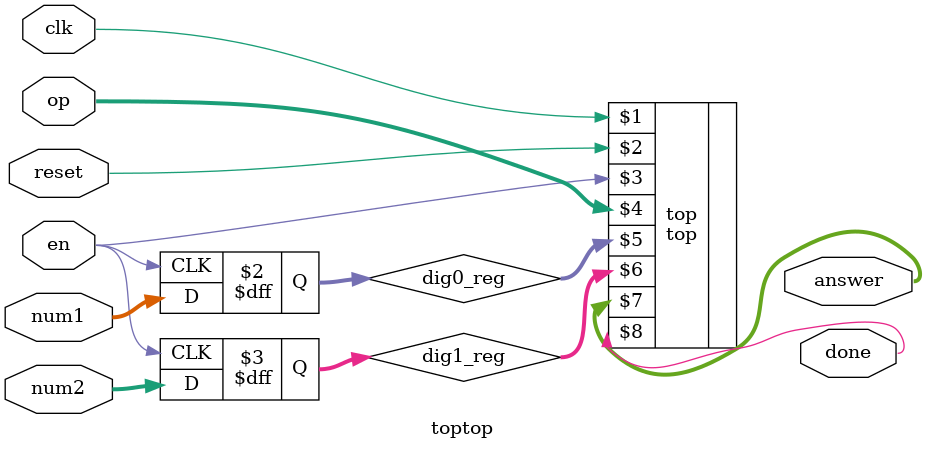
<source format=v>
`timescale 1ns / 1ps

module toptop(
  input wire        clk,
  input wire        reset, 
  input wire  [31:0] num1,
  input wire  [31:0] num2,
  input wire  [1:0] op,
  input wire        en,
  output wire [31:0] answer,
  output wire       done
  );


//module toptop(
//  input wire        clk,
//  input wire        reset, 
//  input wire  [3:0] num1sw,
//  input wire  [3:0] num2sw,
//  input wire  [1:0] op,
//  //input wire        en,
//  output wire [7:0] answerled,
//  output wire       done
//  );
  
  
//  wire [31:0] num1, num2, answer;
//  assign num1 = {28'd0, num1sw};
//  assign num2 = {28'd0, num2sw};
//  assign answerled = answer[7:0];
  
  
  
  
  reg [31:0] dig0_reg, dig1_reg;
////  reg en_reg;
  
//  wire [31:0] dig0, dig1;
  
//  assign dig0 = dig0_reg;
//  assign dig1 = dig1_reg;
  
//  top top (clk, reset, en, dig0, dig1, op, answer);

    top top (clk, reset, en, op, dig0_reg, dig1_reg, answer, done);

  always @(posedge en) begin
      dig0_reg = num1;
      dig1_reg = num2;
// //     en_reg = 1'b1;
  end
  
endmodule
</source>
